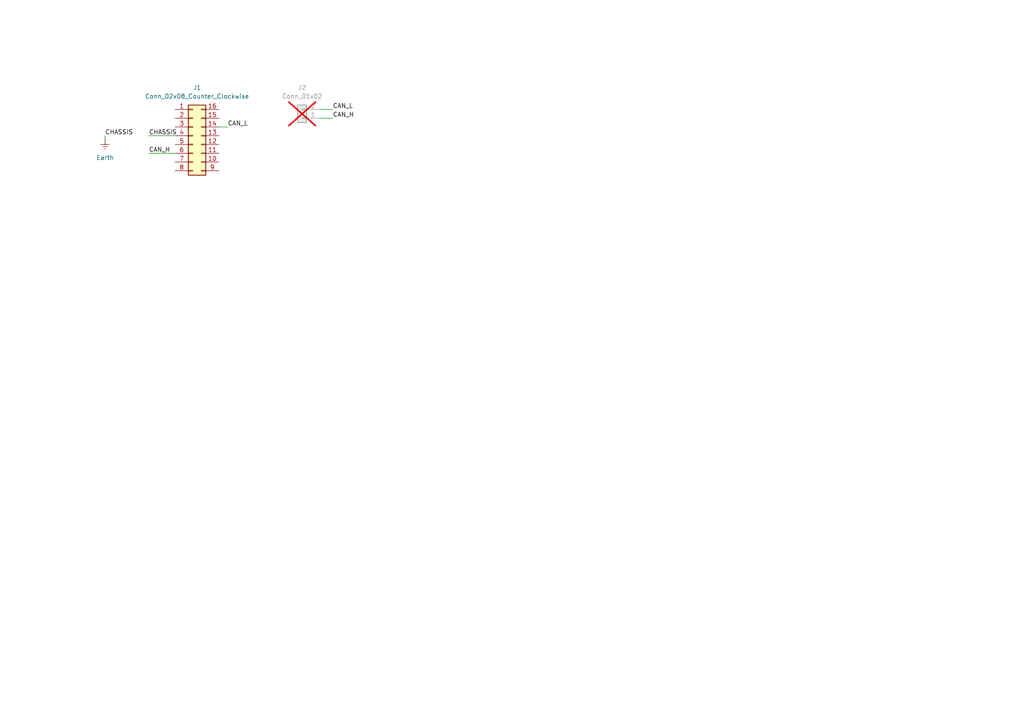
<source format=kicad_sch>
(kicad_sch (version 20231120) (generator "eeschema") (generator_version "8.0")
  (paper "A4")
  (lib_symbols
    (symbol "Connector_Generic:Conn_01x02" (pin_names (offset 1.016) hide)
      (property "Reference" "J" (at 0 2.54 0))
      (property "Value" "Conn_01x02" (at 0 -5.08 0))
      (symbol "Conn_01x02_1_1"
        (rectangle (start -1.27 -2.413) (end 0 -2.667) (stroke (width 0.1524)))
        (rectangle (start -1.27 0.127) (end 0 -0.127) (stroke (width 0.1524)))
        (rectangle (start -1.27 1.27) (end 1.27 -3.81) (stroke (width 0.254)) (fill (type background)))
        (pin passive line (at -5.08 0 0) (length 3.81) (name "Pin_1") (number "1"))
        (pin passive line (at -5.08 -2.54 0) (length 3.81) (name "Pin_2") (number "2"))
      )
    )
    (symbol "Connector_Generic:Conn_02x08_Counter_Clockwise" (pin_names (offset 1.016) hide)
      (property "Reference" "J" (at 1.27 10.16 0))
      (property "Value" "Conn_02x08_Counter_Clockwise" (at 1.27 -12.7 0))
      (symbol "Conn_02x08_Counter_Clockwise_1_1"
        (rectangle (start -1.27 -10.033) (end 0 -10.287) (stroke (width 0.1524)))
        (rectangle (start -1.27 -7.493) (end 0 -7.747) (stroke (width 0.1524)))
        (rectangle (start -1.27 -4.953) (end 0 -5.207) (stroke (width 0.1524)))
        (rectangle (start -1.27 -2.413) (end 0 -2.667) (stroke (width 0.1524)))
        (rectangle (start -1.27 0.127) (end 0 -0.127) (stroke (width 0.1524)))
        (rectangle (start -1.27 2.667) (end 0 2.413) (stroke (width 0.1524)))
        (rectangle (start -1.27 5.207) (end 0 4.953) (stroke (width 0.1524)))
        (rectangle (start -1.27 7.747) (end 0 7.493) (stroke (width 0.1524)))
        (rectangle (start -1.27 8.89) (end 3.81 -11.43) (stroke (width 0.254)) (fill (type background)))
        (rectangle (start 3.81 -10.033) (end 2.54 -10.287) (stroke (width 0.1524)))
        (rectangle (start 3.81 -7.493) (end 2.54 -7.747) (stroke (width 0.1524)))
        (rectangle (start 3.81 -4.953) (end 2.54 -5.207) (stroke (width 0.1524)))
        (rectangle (start 3.81 -2.413) (end 2.54 -2.667) (stroke (width 0.1524)))
        (rectangle (start 3.81 0.127) (end 2.54 -0.127) (stroke (width 0.1524)))
        (rectangle (start 3.81 2.667) (end 2.54 2.413) (stroke (width 0.1524)))
        (rectangle (start 3.81 5.207) (end 2.54 4.953) (stroke (width 0.1524)))
        (rectangle (start 3.81 7.747) (end 2.54 7.493) (stroke (width 0.1524)))
        (pin passive line (at -5.08 7.62 0) (length 3.81) (name "Pin_1") (number "1"))
        (pin passive line (at 7.62 -7.62 180) (length 3.81) (name "Pin_10") (number "10"))
        (pin passive line (at 7.62 -5.08 180) (length 3.81) (name "Pin_11") (number "11"))
        (pin passive line (at 7.62 -2.54 180) (length 3.81) (name "Pin_12") (number "12"))
        (pin passive line (at 7.62 0 180) (length 3.81) (name "Pin_13") (number "13"))
        (pin passive line (at 7.62 2.54 180) (length 3.81) (name "Pin_14") (number "14"))
        (pin passive line (at 7.62 5.08 180) (length 3.81) (name "Pin_15") (number "15"))
        (pin passive line (at 7.62 7.62 180) (length 3.81) (name "Pin_16") (number "16"))
        (pin passive line (at -5.08 5.08 0) (length 3.81) (name "Pin_2") (number "2"))
        (pin passive line (at -5.08 2.54 0) (length 3.81) (name "Pin_3") (number "3"))
        (pin passive line (at -5.08 0 0) (length 3.81) (name "Pin_4") (number "4"))
        (pin passive line (at -5.08 -2.54 0) (length 3.81) (name "Pin_5") (number "5"))
        (pin passive line (at -5.08 -5.08 0) (length 3.81) (name "Pin_6") (number "6"))
        (pin passive line (at -5.08 -7.62 0) (length 3.81) (name "Pin_7") (number "7"))
        (pin passive line (at -5.08 -10.16 0) (length 3.81) (name "Pin_8") (number "8"))
        (pin passive line (at 7.62 -10.16 180) (length 3.81) (name "Pin_9") (number "9"))
      )
    )
    (symbol "power:Earth" (power) (pin_numbers hide) (pin_names (offset 0) hide)
      (property "Value" "Earth" (at 0 -3.81 0))
      (symbol "Earth_0_1"
        (polyline (pts (xy -0.635 -1.905) (xy 0.635 -1.905)))
        (polyline (pts (xy -0.127 -2.54) (xy 0.127 -2.54)))
        (polyline (pts (xy 0 -1.27) (xy 0 0)))
        (polyline (pts (xy 1.27 -1.27) (xy -1.27 -1.27)))
      )
      (symbol "Earth_1_1"
        (pin power_in line (at 0 0 270) (length 0) (name "~") (number "1"))
      )
    )
  )
  (wire (pts (xy 43.18 44.45) (xy 50.8 44.45)))
  (wire (pts (xy 63.5 36.83) (xy 66.04 36.83)))
  (wire (pts (xy 92.71 31.75) (xy 96.52 31.75)))
  (wire (pts (xy 92.71 34.29) (xy 96.52 34.29)))
  (wire (pts (xy 30.48 39.37) (xy 30.48 40.64)))
  (wire (pts (xy 43.18 39.37) (xy 50.8 39.37)))
  (label "CAN_L" (at 66.04 36.83 0))
  (label "CHASSIS" (at 43.18 39.37 0))
  (label "CAN_H" (at 43.18 44.45 0))
  (label "CAN_L" (at 96.52 31.75 0))
  (label "CAN_H" (at 96.52 34.29 0))
  (label "CHASSIS" (at 30.48 39.37 0))
  (symbol (lib_id "Connector_Generic:Conn_01x02") (at 87.63 34.29 180) (unit 1) (dnp yes)
    (property "Reference" "J2" (at 87.63 25.4 0))
    (property "Value" "Conn_01x02" (at 87.63 27.94 0))
    (property "Footprint" "Connector_PinHeader_2.54mm:PinHeader_1x02_P2.54mm_Vertical" (effects (hide yes)))
    (property "Description" "Generic connector, single row, 01x02, script generated (kicad-library-utils/schlib/autogen/connector/)" (effects (hide yes)))
  )
  (symbol (lib_id "power:Earth") (at 30.48 40.64 0) (unit 1)
    (property "Reference" "#PWR01" (effects (hide yes)))
    (property "Value" "Earth" (at 30.48 45.72 0))
    (property "Description" "Power symbol creates a global label with name \"Earth\"" (effects (hide yes)))
  )
  (symbol (lib_id "Connector_Generic:Conn_02x08_Counter_Clockwise") (at 55.88 39.37 0) (unit 1)
    (property "Reference" "J1" (at 57.15 25.4 0))
    (property "Value" "Conn_02x08_Counter_Clockwise" (at 57.15 27.94 0))
    (property "Footprint" "Case:OBD-II-Sparkfun" (effects (hide yes)))
    (property "Datasheet" "https://www.flexihub.com/images/upload/flexihub/articles/diagnostics/pinout_explanation.jpg" (effects (hide yes)))
    (property "Description" "Generic connector, double row, 02x08, counter clockwise pin numbering scheme (similar to DIP package numbering), script generated (kicad-library-utils/schlib/autogen/connector/)" (effects (hide yes)))
    (property "#MANUF" "20240401-1008-1" (effects (hide yes)))
    (property "PROVEEDOR" "UNIT" (effects (hide yes)))
  )
)
</source>
